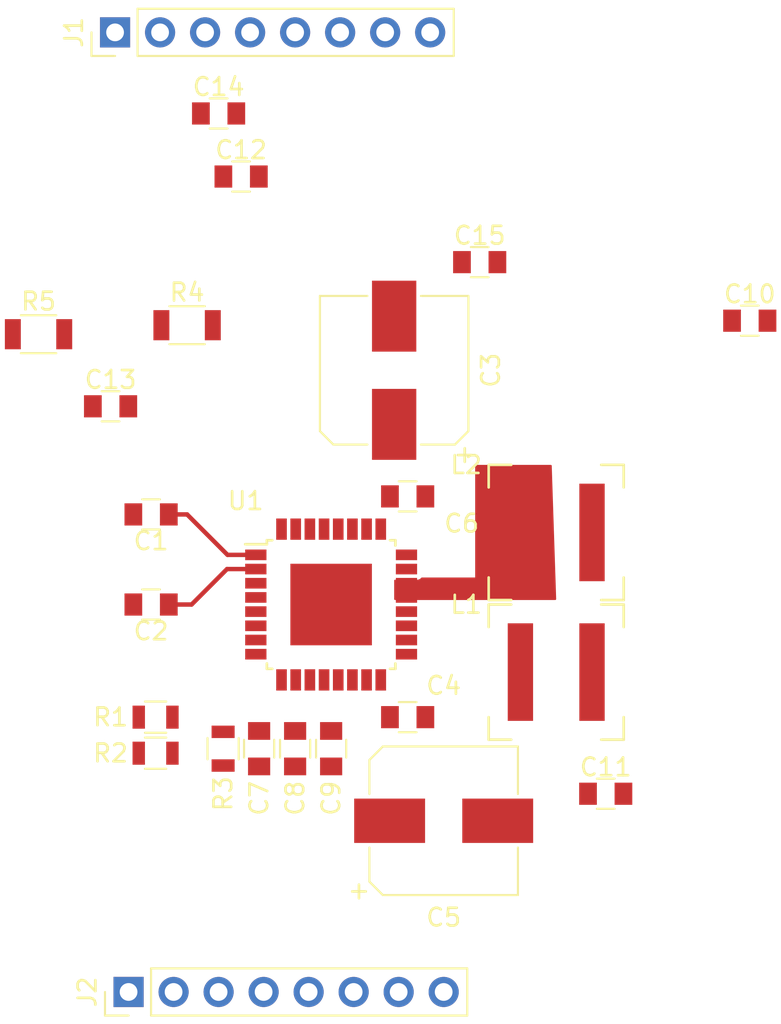
<source format=kicad_pcb>
(kicad_pcb (version 4) (host pcbnew 4.0.5+dfsg1-4~bpo8+1)

  (general
    (links 50)
    (no_connects 46)
    (area 85.311429 63.038666 134.319619 127.207333)
    (thickness 1.6)
    (drawings 0)
    (tracks 6)
    (zones 0)
    (modules 25)
    (nets 44)
  )

  (page A4)
  (layers
    (0 F.Cu signal)
    (31 B.Cu signal)
    (32 B.Adhes user)
    (33 F.Adhes user)
    (34 B.Paste user)
    (35 F.Paste user)
    (36 B.SilkS user)
    (37 F.SilkS user)
    (38 B.Mask user)
    (39 F.Mask user)
    (40 Dwgs.User user)
    (41 Cmts.User user)
    (42 Eco1.User user)
    (43 Eco2.User user)
    (44 Edge.Cuts user)
    (45 Margin user)
    (46 B.CrtYd user)
    (47 F.CrtYd user)
    (48 B.Fab user)
    (49 F.Fab user hide)
  )

  (setup
    (last_trace_width 0.25)
    (trace_clearance 0.2)
    (zone_clearance 0.3)
    (zone_45_only no)
    (trace_min 0.2)
    (segment_width 0.2)
    (edge_width 0.1)
    (via_size 0.6)
    (via_drill 0.4)
    (via_min_size 0.4)
    (via_min_drill 0.3)
    (uvia_size 0.3)
    (uvia_drill 0.1)
    (uvias_allowed no)
    (uvia_min_size 0.2)
    (uvia_min_drill 0.1)
    (pcb_text_width 0.3)
    (pcb_text_size 1.5 1.5)
    (mod_edge_width 0.15)
    (mod_text_size 1 1)
    (mod_text_width 0.15)
    (pad_size 1.5 1.5)
    (pad_drill 0.6)
    (pad_to_mask_clearance 0)
    (aux_axis_origin 90.678 110.744)
    (grid_origin 90.678 110.744)
    (visible_elements FFFEFF7F)
    (pcbplotparams
      (layerselection 0x00030_80000001)
      (usegerberextensions false)
      (excludeedgelayer true)
      (linewidth 0.100000)
      (plotframeref false)
      (viasonmask false)
      (mode 1)
      (useauxorigin false)
      (hpglpennumber 1)
      (hpglpenspeed 20)
      (hpglpendiameter 15)
      (hpglpenoverlay 2)
      (psnegative false)
      (psa4output false)
      (plotreference true)
      (plotvalue true)
      (plotinvisibletext false)
      (padsonsilk false)
      (subtractmaskfromsilk false)
      (outputformat 1)
      (mirror false)
      (drillshape 1)
      (scaleselection 1)
      (outputdirectory ""))
  )

  (net 0 "")
  (net 1 "Net-(J1-Pad1)")
  (net 2 "Net-(J1-Pad2)")
  (net 3 "Net-(J1-Pad3)")
  (net 4 "Net-(J1-Pad4)")
  (net 5 "Net-(J1-Pad5)")
  (net 6 "Net-(J1-Pad6)")
  (net 7 "Net-(J1-Pad7)")
  (net 8 "Net-(J1-Pad8)")
  (net 9 "Net-(J2-Pad1)")
  (net 10 "Net-(J2-Pad2)")
  (net 11 "Net-(J2-Pad3)")
  (net 12 "Net-(J2-Pad4)")
  (net 13 "Net-(J2-Pad5)")
  (net 14 "Net-(J2-Pad6)")
  (net 15 "Net-(J2-Pad7)")
  (net 16 "Net-(J2-Pad8)")
  (net 17 "Net-(U1-Pad7)")
  (net 18 "Net-(U1-Pad8)")
  (net 19 "Net-(U1-Pad29)")
  (net 20 "Net-(U1-Pad30)")
  (net 21 "Net-(U1-Pad31)")
  (net 22 "Net-(U1-Pad32)")
  (net 23 "Net-(U1-Pad33)")
  (net 24 "Net-(C1-Pad1)")
  (net 25 "Net-(C1-Pad2)")
  (net 26 "Net-(C2-Pad1)")
  (net 27 "Net-(C2-Pad2)")
  (net 28 GND)
  (net 29 +24V)
  (net 30 "Net-(C7-Pad2)")
  (net 31 "Net-(C8-Pad2)")
  (net 32 "Net-(C9-Pad2)")
  (net 33 "Net-(C10-Pad1)")
  (net 34 "Net-(C10-Pad2)")
  (net 35 "Net-(C11-Pad1)")
  (net 36 "Net-(C11-Pad2)")
  (net 37 "Net-(C12-Pad2)")
  (net 38 "Net-(C13-Pad1)")
  (net 39 "Net-(C14-Pad2)")
  (net 40 "Net-(C15-Pad1)")
  (net 41 /GAIN0)
  (net 42 /GAIN1)
  (net 43 "Net-(R3-Pad1)")

  (net_class Default "This is the default net class."
    (clearance 0.2)
    (trace_width 0.25)
    (via_dia 0.6)
    (via_drill 0.4)
    (uvia_dia 0.3)
    (uvia_drill 0.1)
    (add_net +24V)
    (add_net /GAIN0)
    (add_net /GAIN1)
    (add_net GND)
    (add_net "Net-(C1-Pad1)")
    (add_net "Net-(C1-Pad2)")
    (add_net "Net-(C10-Pad1)")
    (add_net "Net-(C10-Pad2)")
    (add_net "Net-(C11-Pad1)")
    (add_net "Net-(C11-Pad2)")
    (add_net "Net-(C12-Pad2)")
    (add_net "Net-(C13-Pad1)")
    (add_net "Net-(C14-Pad2)")
    (add_net "Net-(C15-Pad1)")
    (add_net "Net-(C2-Pad1)")
    (add_net "Net-(C2-Pad2)")
    (add_net "Net-(C7-Pad2)")
    (add_net "Net-(C8-Pad2)")
    (add_net "Net-(C9-Pad2)")
    (add_net "Net-(J1-Pad1)")
    (add_net "Net-(J1-Pad2)")
    (add_net "Net-(J1-Pad3)")
    (add_net "Net-(J1-Pad4)")
    (add_net "Net-(J1-Pad5)")
    (add_net "Net-(J1-Pad6)")
    (add_net "Net-(J1-Pad7)")
    (add_net "Net-(J1-Pad8)")
    (add_net "Net-(J2-Pad1)")
    (add_net "Net-(J2-Pad2)")
    (add_net "Net-(J2-Pad3)")
    (add_net "Net-(J2-Pad4)")
    (add_net "Net-(J2-Pad5)")
    (add_net "Net-(J2-Pad6)")
    (add_net "Net-(J2-Pad7)")
    (add_net "Net-(J2-Pad8)")
    (add_net "Net-(R3-Pad1)")
    (add_net "Net-(U1-Pad29)")
    (add_net "Net-(U1-Pad30)")
    (add_net "Net-(U1-Pad31)")
    (add_net "Net-(U1-Pad32)")
    (add_net "Net-(U1-Pad33)")
    (add_net "Net-(U1-Pad7)")
    (add_net "Net-(U1-Pad8)")
  )

  (module Houseings_QFP_Walker:LQFP-32_7x7mm_Pitch0.8mm-EP (layer F.Cu) (tedit 593787A2) (tstamp 59362BE9)
    (at 107.95 100.33)
    (tags "QFP 0.8 EP")
    (path /5927C849)
    (attr smd)
    (fp_text reference U1 (at -4.826 -5.842) (layer F.SilkS)
      (effects (font (size 1 1) (thickness 0.15)))
    )
    (fp_text value TPA3106D1 (at 0 5.85) (layer F.Fab)
      (effects (font (size 1 1) (thickness 0.15)))
    )
    (fp_text user %R (at 0 0) (layer F.Fab)
      (effects (font (size 1 1) (thickness 0.15)))
    )
    (fp_line (start -2.5 -3.5) (end 3.5 -3.5) (layer F.Fab) (width 0.15))
    (fp_line (start 3.5 -3.5) (end 3.5 3.5) (layer F.Fab) (width 0.15))
    (fp_line (start 3.5 3.5) (end -3.5 3.5) (layer F.Fab) (width 0.15))
    (fp_line (start -3.5 3.5) (end -3.5 -2.5) (layer F.Fab) (width 0.15))
    (fp_line (start -3.5 -2.5) (end -2.5 -3.5) (layer F.Fab) (width 0.15))
    (fp_line (start -5.1 -5.1) (end -5.1 5.1) (layer F.CrtYd) (width 0.05))
    (fp_line (start 5.1 -5.1) (end 5.1 5.1) (layer F.CrtYd) (width 0.05))
    (fp_line (start -5.1 -5.1) (end 5.1 -5.1) (layer F.CrtYd) (width 0.05))
    (fp_line (start -5.1 5.1) (end 5.1 5.1) (layer F.CrtYd) (width 0.05))
    (fp_line (start -3.625 -3.625) (end -3.625 -3.4) (layer F.SilkS) (width 0.15))
    (fp_line (start 3.625 -3.625) (end 3.625 -3.325) (layer F.SilkS) (width 0.15))
    (fp_line (start 3.625 3.625) (end 3.625 3.325) (layer F.SilkS) (width 0.15))
    (fp_line (start -3.625 3.625) (end -3.625 3.325) (layer F.SilkS) (width 0.15))
    (fp_line (start -3.625 -3.625) (end -3.325 -3.625) (layer F.SilkS) (width 0.15))
    (fp_line (start -3.625 3.625) (end -3.325 3.625) (layer F.SilkS) (width 0.15))
    (fp_line (start 3.625 3.625) (end 3.325 3.625) (layer F.SilkS) (width 0.15))
    (fp_line (start 3.625 -3.625) (end 3.325 -3.625) (layer F.SilkS) (width 0.15))
    (fp_line (start -3.625 -3.4) (end -4.85 -3.4) (layer F.SilkS) (width 0.15))
    (pad 1 smd rect (at -4.25 -2.8) (size 1.2 0.6) (layers F.Cu F.Paste F.Mask)
      (net 24 "Net-(C1-Pad1)"))
    (pad 2 smd rect (at -4.25 -2) (size 1.2 0.6) (layers F.Cu F.Paste F.Mask)
      (net 26 "Net-(C2-Pad1)"))
    (pad 3 smd rect (at -4.25 -1.2) (size 1.2 0.6) (layers F.Cu F.Paste F.Mask)
      (net 28 GND))
    (pad 4 smd rect (at -4.25 -0.4) (size 1.2 0.6) (layers F.Cu F.Paste F.Mask)
      (net 28 GND))
    (pad 5 smd rect (at -4.25 0.4) (size 1.2 0.6) (layers F.Cu F.Paste F.Mask)
      (net 41 /GAIN0))
    (pad 6 smd rect (at -4.25 1.2) (size 1.2 0.6) (layers F.Cu F.Paste F.Mask)
      (net 42 /GAIN1))
    (pad 7 smd rect (at -4.25 2) (size 1.2 0.6) (layers F.Cu F.Paste F.Mask)
      (net 17 "Net-(U1-Pad7)"))
    (pad 8 smd rect (at -4.25 2.8) (size 1.2 0.6) (layers F.Cu F.Paste F.Mask)
      (net 18 "Net-(U1-Pad8)"))
    (pad 9 smd rect (at -2.8 4.25 90) (size 1.2 0.6) (layers F.Cu F.Paste F.Mask)
      (net 43 "Net-(R3-Pad1)"))
    (pad 10 smd rect (at -2 4.25 90) (size 1.2 0.6) (layers F.Cu F.Paste F.Mask)
      (net 30 "Net-(C7-Pad2)"))
    (pad 11 smd rect (at -1.2 4.25 90) (size 1.2 0.6) (layers F.Cu F.Paste F.Mask)
      (net 31 "Net-(C8-Pad2)"))
    (pad 12 smd rect (at -0.4 4.25 90) (size 1.2 0.6) (layers F.Cu F.Paste F.Mask)
      (net 28 GND))
    (pad 13 smd rect (at 0.4 4.25 90) (size 1.2 0.6) (layers F.Cu F.Paste F.Mask)
      (net 32 "Net-(C9-Pad2)"))
    (pad 14 smd rect (at 1.2 4.25 90) (size 1.2 0.6) (layers F.Cu F.Paste F.Mask)
      (net 29 +24V))
    (pad 15 smd rect (at 2 4.25 90) (size 1.2 0.6) (layers F.Cu F.Paste F.Mask)
      (net 29 +24V))
    (pad 16 smd rect (at 2.8 4.25 90) (size 1.2 0.6) (layers F.Cu F.Paste F.Mask)
      (net 28 GND))
    (pad 17 smd rect (at 4.25 2.8) (size 1.2 0.6) (layers F.Cu F.Paste F.Mask)
      (net 28 GND))
    (pad 18 smd rect (at 4.25 2) (size 1.2 0.6) (layers F.Cu F.Paste F.Mask)
      (net 35 "Net-(C11-Pad1)"))
    (pad 19 smd rect (at 4.25 1.2) (size 1.2 0.6) (layers F.Cu F.Paste F.Mask)
      (net 36 "Net-(C11-Pad2)"))
    (pad 20 smd rect (at 4.25 0.4) (size 1.2 0.6) (layers F.Cu F.Paste F.Mask)
      (net 36 "Net-(C11-Pad2)"))
    (pad 21 smd rect (at 4.25 -0.4) (size 1.2 0.6) (layers F.Cu F.Paste F.Mask)
      (net 33 "Net-(C10-Pad1)"))
    (pad 22 smd rect (at 4.25 -1.2) (size 1.2 0.6) (layers F.Cu F.Paste F.Mask)
      (net 33 "Net-(C10-Pad1)"))
    (pad 23 smd rect (at 4.25 -2) (size 1.2 0.6) (layers F.Cu F.Paste F.Mask)
      (net 34 "Net-(C10-Pad2)"))
    (pad 24 smd rect (at 4.25 -2.8) (size 1.2 0.6) (layers F.Cu F.Paste F.Mask)
      (net 28 GND))
    (pad 25 smd rect (at 2.8 -4.25 90) (size 1.2 0.6) (layers F.Cu F.Paste F.Mask)
      (net 28 GND))
    (pad 26 smd rect (at 2 -4.25 90) (size 1.2 0.6) (layers F.Cu F.Paste F.Mask)
      (net 29 +24V))
    (pad 27 smd rect (at 1.2 -4.25 90) (size 1.2 0.6) (layers F.Cu F.Paste F.Mask)
      (net 29 +24V))
    (pad 28 smd rect (at 0.4 -4.25 90) (size 1.2 0.6) (layers F.Cu F.Paste F.Mask)
      (net 29 +24V))
    (pad 29 smd rect (at -0.4 -4.25 90) (size 1.2 0.6) (layers F.Cu F.Paste F.Mask)
      (net 19 "Net-(U1-Pad29)"))
    (pad 30 smd rect (at -1.2 -4.25 90) (size 1.2 0.6) (layers F.Cu F.Paste F.Mask)
      (net 20 "Net-(U1-Pad30)"))
    (pad 31 smd rect (at -2 -4.25 90) (size 1.2 0.6) (layers F.Cu F.Paste F.Mask)
      (net 21 "Net-(U1-Pad31)"))
    (pad 32 smd rect (at -2.8 -4.25 90) (size 1.2 0.6) (layers F.Cu F.Paste F.Mask)
      (net 22 "Net-(U1-Pad32)"))
    (pad 33 smd rect (at 0 0) (size 4.6 4.6) (layers F.Cu F.Paste F.Mask)
      (net 23 "Net-(U1-Pad33)"))
    (model Housings_QFP.3dshapes/LQFP-32_7x7mm_Pitch0.8mm.wrl
      (at (xyz 0 0 0))
      (scale (xyz 1 1 1))
      (rotate (xyz 0 0 0))
    )
  )

  (module Capacitors_SMD:C_0805 (layer F.Cu) (tedit 58AA8463) (tstamp 5936429D)
    (at 97.79 95.25 180)
    (descr "Capacitor SMD 0805, reflow soldering, AVX (see smccp.pdf)")
    (tags "capacitor 0805")
    (path /59364072)
    (attr smd)
    (fp_text reference C1 (at 0 -1.5 180) (layer F.SilkS)
      (effects (font (size 1 1) (thickness 0.15)))
    )
    (fp_text value 1.0uF (at 0 1.75 180) (layer F.Fab)
      (effects (font (size 1 1) (thickness 0.15)))
    )
    (fp_text user %R (at 0 -1.5 180) (layer F.Fab)
      (effects (font (size 1 1) (thickness 0.15)))
    )
    (fp_line (start -1 0.62) (end -1 -0.62) (layer F.Fab) (width 0.1))
    (fp_line (start 1 0.62) (end -1 0.62) (layer F.Fab) (width 0.1))
    (fp_line (start 1 -0.62) (end 1 0.62) (layer F.Fab) (width 0.1))
    (fp_line (start -1 -0.62) (end 1 -0.62) (layer F.Fab) (width 0.1))
    (fp_line (start 0.5 -0.85) (end -0.5 -0.85) (layer F.SilkS) (width 0.12))
    (fp_line (start -0.5 0.85) (end 0.5 0.85) (layer F.SilkS) (width 0.12))
    (fp_line (start -1.75 -0.88) (end 1.75 -0.88) (layer F.CrtYd) (width 0.05))
    (fp_line (start -1.75 -0.88) (end -1.75 0.87) (layer F.CrtYd) (width 0.05))
    (fp_line (start 1.75 0.87) (end 1.75 -0.88) (layer F.CrtYd) (width 0.05))
    (fp_line (start 1.75 0.87) (end -1.75 0.87) (layer F.CrtYd) (width 0.05))
    (pad 1 smd rect (at -1 0 180) (size 1 1.25) (layers F.Cu F.Paste F.Mask)
      (net 24 "Net-(C1-Pad1)"))
    (pad 2 smd rect (at 1 0 180) (size 1 1.25) (layers F.Cu F.Paste F.Mask)
      (net 25 "Net-(C1-Pad2)"))
    (model Capacitors_SMD.3dshapes/C_0805.wrl
      (at (xyz 0 0 0))
      (scale (xyz 1 1 1))
      (rotate (xyz 0 0 0))
    )
  )

  (module Capacitors_SMD:C_0805 (layer F.Cu) (tedit 58AA8463) (tstamp 593642A3)
    (at 97.79 100.33 180)
    (descr "Capacitor SMD 0805, reflow soldering, AVX (see smccp.pdf)")
    (tags "capacitor 0805")
    (path /593640E9)
    (attr smd)
    (fp_text reference C2 (at 0 -1.5 180) (layer F.SilkS)
      (effects (font (size 1 1) (thickness 0.15)))
    )
    (fp_text value 1.0uF (at 0 1.75 180) (layer F.Fab)
      (effects (font (size 1 1) (thickness 0.15)))
    )
    (fp_text user %R (at 0 -1.5 180) (layer F.Fab)
      (effects (font (size 1 1) (thickness 0.15)))
    )
    (fp_line (start -1 0.62) (end -1 -0.62) (layer F.Fab) (width 0.1))
    (fp_line (start 1 0.62) (end -1 0.62) (layer F.Fab) (width 0.1))
    (fp_line (start 1 -0.62) (end 1 0.62) (layer F.Fab) (width 0.1))
    (fp_line (start -1 -0.62) (end 1 -0.62) (layer F.Fab) (width 0.1))
    (fp_line (start 0.5 -0.85) (end -0.5 -0.85) (layer F.SilkS) (width 0.12))
    (fp_line (start -0.5 0.85) (end 0.5 0.85) (layer F.SilkS) (width 0.12))
    (fp_line (start -1.75 -0.88) (end 1.75 -0.88) (layer F.CrtYd) (width 0.05))
    (fp_line (start -1.75 -0.88) (end -1.75 0.87) (layer F.CrtYd) (width 0.05))
    (fp_line (start 1.75 0.87) (end 1.75 -0.88) (layer F.CrtYd) (width 0.05))
    (fp_line (start 1.75 0.87) (end -1.75 0.87) (layer F.CrtYd) (width 0.05))
    (pad 1 smd rect (at -1 0 180) (size 1 1.25) (layers F.Cu F.Paste F.Mask)
      (net 26 "Net-(C2-Pad1)"))
    (pad 2 smd rect (at 1 0 180) (size 1 1.25) (layers F.Cu F.Paste F.Mask)
      (net 27 "Net-(C2-Pad2)"))
    (model Capacitors_SMD.3dshapes/C_0805.wrl
      (at (xyz 0 0 0))
      (scale (xyz 1 1 1))
      (rotate (xyz 0 0 0))
    )
  )

  (module Capacitors_SMD:C_0805 (layer F.Cu) (tedit 59379715) (tstamp 593D4440)
    (at 112.268 106.68 180)
    (descr "Capacitor SMD 0805, reflow soldering, AVX (see smccp.pdf)")
    (tags "capacitor 0805")
    (path /59379E70)
    (attr smd)
    (fp_text reference C4 (at -2.032 1.778 180) (layer F.SilkS)
      (effects (font (size 1 1) (thickness 0.15)))
    )
    (fp_text value 1.0uF (at 0 1.75 180) (layer F.Fab)
      (effects (font (size 1 1) (thickness 0.15)))
    )
    (fp_text user %R (at -2.794 1.778 180) (layer F.Fab)
      (effects (font (size 1 1) (thickness 0.15)))
    )
    (fp_line (start -1 0.62) (end -1 -0.62) (layer F.Fab) (width 0.1))
    (fp_line (start 1 0.62) (end -1 0.62) (layer F.Fab) (width 0.1))
    (fp_line (start 1 -0.62) (end 1 0.62) (layer F.Fab) (width 0.1))
    (fp_line (start -1 -0.62) (end 1 -0.62) (layer F.Fab) (width 0.1))
    (fp_line (start 0.5 -0.85) (end -0.5 -0.85) (layer F.SilkS) (width 0.12))
    (fp_line (start -0.5 0.85) (end 0.5 0.85) (layer F.SilkS) (width 0.12))
    (fp_line (start -1.75 -0.88) (end 1.75 -0.88) (layer F.CrtYd) (width 0.05))
    (fp_line (start -1.75 -0.88) (end -1.75 0.87) (layer F.CrtYd) (width 0.05))
    (fp_line (start 1.75 0.87) (end 1.75 -0.88) (layer F.CrtYd) (width 0.05))
    (fp_line (start 1.75 0.87) (end -1.75 0.87) (layer F.CrtYd) (width 0.05))
    (pad 1 smd rect (at -1 0 180) (size 1 1.25) (layers F.Cu F.Paste F.Mask)
      (net 28 GND))
    (pad 2 smd rect (at 1 0 180) (size 1 1.25) (layers F.Cu F.Paste F.Mask)
      (net 29 +24V))
    (model Capacitors_SMD.3dshapes/C_0805.wrl
      (at (xyz 0 0 0))
      (scale (xyz 1 1 1))
      (rotate (xyz 0 0 0))
    )
  )

  (module Capacitors_SMD:C_0805 (layer F.Cu) (tedit 59378B29) (tstamp 593D446D)
    (at 112.268 94.234 180)
    (descr "Capacitor SMD 0805, reflow soldering, AVX (see smccp.pdf)")
    (tags "capacitor 0805")
    (path /59378F76)
    (attr smd)
    (fp_text reference C6 (at -3.048 -1.524 180) (layer F.SilkS)
      (effects (font (size 1 1) (thickness 0.15)))
    )
    (fp_text value 1.0uF (at 0 1.75 180) (layer F.Fab)
      (effects (font (size 1 1) (thickness 0.15)))
    )
    (fp_text user %R (at 0 -1.5 180) (layer F.Fab)
      (effects (font (size 1 1) (thickness 0.15)))
    )
    (fp_line (start -1 0.62) (end -1 -0.62) (layer F.Fab) (width 0.1))
    (fp_line (start 1 0.62) (end -1 0.62) (layer F.Fab) (width 0.1))
    (fp_line (start 1 -0.62) (end 1 0.62) (layer F.Fab) (width 0.1))
    (fp_line (start -1 -0.62) (end 1 -0.62) (layer F.Fab) (width 0.1))
    (fp_line (start 0.5 -0.85) (end -0.5 -0.85) (layer F.SilkS) (width 0.12))
    (fp_line (start -0.5 0.85) (end 0.5 0.85) (layer F.SilkS) (width 0.12))
    (fp_line (start -1.75 -0.88) (end 1.75 -0.88) (layer F.CrtYd) (width 0.05))
    (fp_line (start -1.75 -0.88) (end -1.75 0.87) (layer F.CrtYd) (width 0.05))
    (fp_line (start 1.75 0.87) (end 1.75 -0.88) (layer F.CrtYd) (width 0.05))
    (fp_line (start 1.75 0.87) (end -1.75 0.87) (layer F.CrtYd) (width 0.05))
    (pad 1 smd rect (at -1 0 180) (size 1 1.25) (layers F.Cu F.Paste F.Mask)
      (net 28 GND))
    (pad 2 smd rect (at 1 0 180) (size 1 1.25) (layers F.Cu F.Paste F.Mask)
      (net 29 +24V))
    (model Capacitors_SMD.3dshapes/C_0805.wrl
      (at (xyz 0 0 0))
      (scale (xyz 1 1 1))
      (rotate (xyz 0 0 0))
    )
  )

  (module Capacitors_SMD:C_0805 (layer F.Cu) (tedit 59379851) (tstamp 59401A86)
    (at 103.886 108.458 90)
    (descr "Capacitor SMD 0805, reflow soldering, AVX (see smccp.pdf)")
    (tags "capacitor 0805")
    (path /5937F7D9)
    (attr smd)
    (fp_text reference C7 (at -2.794 0 90) (layer F.SilkS)
      (effects (font (size 1 1) (thickness 0.15)))
    )
    (fp_text value 1.0uF (at 0 1.75 90) (layer F.Fab)
      (effects (font (size 1 1) (thickness 0.15)))
    )
    (fp_text user %R (at 0 -1.5 90) (layer F.Fab)
      (effects (font (size 1 1) (thickness 0.15)))
    )
    (fp_line (start -1 0.62) (end -1 -0.62) (layer F.Fab) (width 0.1))
    (fp_line (start 1 0.62) (end -1 0.62) (layer F.Fab) (width 0.1))
    (fp_line (start 1 -0.62) (end 1 0.62) (layer F.Fab) (width 0.1))
    (fp_line (start -1 -0.62) (end 1 -0.62) (layer F.Fab) (width 0.1))
    (fp_line (start 0.5 -0.85) (end -0.5 -0.85) (layer F.SilkS) (width 0.12))
    (fp_line (start -0.5 0.85) (end 0.5 0.85) (layer F.SilkS) (width 0.12))
    (fp_line (start -1.75 -0.88) (end 1.75 -0.88) (layer F.CrtYd) (width 0.05))
    (fp_line (start -1.75 -0.88) (end -1.75 0.87) (layer F.CrtYd) (width 0.05))
    (fp_line (start 1.75 0.87) (end 1.75 -0.88) (layer F.CrtYd) (width 0.05))
    (fp_line (start 1.75 0.87) (end -1.75 0.87) (layer F.CrtYd) (width 0.05))
    (pad 1 smd rect (at -1 0 90) (size 1 1.25) (layers F.Cu F.Paste F.Mask)
      (net 28 GND))
    (pad 2 smd rect (at 1 0 90) (size 1 1.25) (layers F.Cu F.Paste F.Mask)
      (net 30 "Net-(C7-Pad2)"))
    (model Capacitors_SMD.3dshapes/C_0805.wrl
      (at (xyz 0 0 0))
      (scale (xyz 1 1 1))
      (rotate (xyz 0 0 0))
    )
  )

  (module Capacitors_SMD:C_0805 (layer F.Cu) (tedit 59379883) (tstamp 59401A97)
    (at 105.918 108.458 90)
    (descr "Capacitor SMD 0805, reflow soldering, AVX (see smccp.pdf)")
    (tags "capacitor 0805")
    (path /5937F67A)
    (attr smd)
    (fp_text reference C8 (at -2.794 0 90) (layer F.SilkS)
      (effects (font (size 1 1) (thickness 0.15)))
    )
    (fp_text value 1.0uF (at 0 1.75 90) (layer F.Fab)
      (effects (font (size 1 1) (thickness 0.15)))
    )
    (fp_text user %R (at 0 -1.5 90) (layer F.Fab)
      (effects (font (size 1 1) (thickness 0.15)))
    )
    (fp_line (start -1 0.62) (end -1 -0.62) (layer F.Fab) (width 0.1))
    (fp_line (start 1 0.62) (end -1 0.62) (layer F.Fab) (width 0.1))
    (fp_line (start 1 -0.62) (end 1 0.62) (layer F.Fab) (width 0.1))
    (fp_line (start -1 -0.62) (end 1 -0.62) (layer F.Fab) (width 0.1))
    (fp_line (start 0.5 -0.85) (end -0.5 -0.85) (layer F.SilkS) (width 0.12))
    (fp_line (start -0.5 0.85) (end 0.5 0.85) (layer F.SilkS) (width 0.12))
    (fp_line (start -1.75 -0.88) (end 1.75 -0.88) (layer F.CrtYd) (width 0.05))
    (fp_line (start -1.75 -0.88) (end -1.75 0.87) (layer F.CrtYd) (width 0.05))
    (fp_line (start 1.75 0.87) (end 1.75 -0.88) (layer F.CrtYd) (width 0.05))
    (fp_line (start 1.75 0.87) (end -1.75 0.87) (layer F.CrtYd) (width 0.05))
    (pad 1 smd rect (at -1 0 90) (size 1 1.25) (layers F.Cu F.Paste F.Mask)
      (net 28 GND))
    (pad 2 smd rect (at 1 0 90) (size 1 1.25) (layers F.Cu F.Paste F.Mask)
      (net 31 "Net-(C8-Pad2)"))
    (model Capacitors_SMD.3dshapes/C_0805.wrl
      (at (xyz 0 0 0))
      (scale (xyz 1 1 1))
      (rotate (xyz 0 0 0))
    )
  )

  (module Capacitors_SMD:C_0805 (layer F.Cu) (tedit 593797EE) (tstamp 59401AA8)
    (at 107.95 108.458 90)
    (descr "Capacitor SMD 0805, reflow soldering, AVX (see smccp.pdf)")
    (tags "capacitor 0805")
    (path /5937EFCF)
    (attr smd)
    (fp_text reference C9 (at -2.794 0 90) (layer F.SilkS)
      (effects (font (size 1 1) (thickness 0.15)))
    )
    (fp_text value 1.0uF (at 0 1.75 90) (layer F.Fab)
      (effects (font (size 1 1) (thickness 0.15)))
    )
    (fp_text user %R (at 0 -1.5 90) (layer F.Fab)
      (effects (font (size 1 1) (thickness 0.15)))
    )
    (fp_line (start -1 0.62) (end -1 -0.62) (layer F.Fab) (width 0.1))
    (fp_line (start 1 0.62) (end -1 0.62) (layer F.Fab) (width 0.1))
    (fp_line (start 1 -0.62) (end 1 0.62) (layer F.Fab) (width 0.1))
    (fp_line (start -1 -0.62) (end 1 -0.62) (layer F.Fab) (width 0.1))
    (fp_line (start 0.5 -0.85) (end -0.5 -0.85) (layer F.SilkS) (width 0.12))
    (fp_line (start -0.5 0.85) (end 0.5 0.85) (layer F.SilkS) (width 0.12))
    (fp_line (start -1.75 -0.88) (end 1.75 -0.88) (layer F.CrtYd) (width 0.05))
    (fp_line (start -1.75 -0.88) (end -1.75 0.87) (layer F.CrtYd) (width 0.05))
    (fp_line (start 1.75 0.87) (end 1.75 -0.88) (layer F.CrtYd) (width 0.05))
    (fp_line (start 1.75 0.87) (end -1.75 0.87) (layer F.CrtYd) (width 0.05))
    (pad 1 smd rect (at -1 0 90) (size 1 1.25) (layers F.Cu F.Paste F.Mask)
      (net 28 GND))
    (pad 2 smd rect (at 1 0 90) (size 1 1.25) (layers F.Cu F.Paste F.Mask)
      (net 32 "Net-(C9-Pad2)"))
    (model Capacitors_SMD.3dshapes/C_0805.wrl
      (at (xyz 0 0 0))
      (scale (xyz 1 1 1))
      (rotate (xyz 0 0 0))
    )
  )

  (module Capacitors_SMD:C_0805 (layer F.Cu) (tedit 58AA8463) (tstamp 59401AB9)
    (at 131.572 84.328)
    (descr "Capacitor SMD 0805, reflow soldering, AVX (see smccp.pdf)")
    (tags "capacitor 0805")
    (path /5937E00D)
    (attr smd)
    (fp_text reference C10 (at 0 -1.5) (layer F.SilkS)
      (effects (font (size 1 1) (thickness 0.15)))
    )
    (fp_text value 0.22uF (at 0 1.75) (layer F.Fab)
      (effects (font (size 1 1) (thickness 0.15)))
    )
    (fp_text user %R (at 0 -1.5) (layer F.Fab)
      (effects (font (size 1 1) (thickness 0.15)))
    )
    (fp_line (start -1 0.62) (end -1 -0.62) (layer F.Fab) (width 0.1))
    (fp_line (start 1 0.62) (end -1 0.62) (layer F.Fab) (width 0.1))
    (fp_line (start 1 -0.62) (end 1 0.62) (layer F.Fab) (width 0.1))
    (fp_line (start -1 -0.62) (end 1 -0.62) (layer F.Fab) (width 0.1))
    (fp_line (start 0.5 -0.85) (end -0.5 -0.85) (layer F.SilkS) (width 0.12))
    (fp_line (start -0.5 0.85) (end 0.5 0.85) (layer F.SilkS) (width 0.12))
    (fp_line (start -1.75 -0.88) (end 1.75 -0.88) (layer F.CrtYd) (width 0.05))
    (fp_line (start -1.75 -0.88) (end -1.75 0.87) (layer F.CrtYd) (width 0.05))
    (fp_line (start 1.75 0.87) (end 1.75 -0.88) (layer F.CrtYd) (width 0.05))
    (fp_line (start 1.75 0.87) (end -1.75 0.87) (layer F.CrtYd) (width 0.05))
    (pad 1 smd rect (at -1 0) (size 1 1.25) (layers F.Cu F.Paste F.Mask)
      (net 33 "Net-(C10-Pad1)"))
    (pad 2 smd rect (at 1 0) (size 1 1.25) (layers F.Cu F.Paste F.Mask)
      (net 34 "Net-(C10-Pad2)"))
    (model Capacitors_SMD.3dshapes/C_0805.wrl
      (at (xyz 0 0 0))
      (scale (xyz 1 1 1))
      (rotate (xyz 0 0 0))
    )
  )

  (module Capacitors_SMD:C_0805 (layer F.Cu) (tedit 58AA8463) (tstamp 59401ACA)
    (at 123.444 110.998)
    (descr "Capacitor SMD 0805, reflow soldering, AVX (see smccp.pdf)")
    (tags "capacitor 0805")
    (path /5937E0EF)
    (attr smd)
    (fp_text reference C11 (at 0 -1.5) (layer F.SilkS)
      (effects (font (size 1 1) (thickness 0.15)))
    )
    (fp_text value 0.22uF (at 0 1.75) (layer F.Fab)
      (effects (font (size 1 1) (thickness 0.15)))
    )
    (fp_text user %R (at 0 -1.5) (layer F.Fab)
      (effects (font (size 1 1) (thickness 0.15)))
    )
    (fp_line (start -1 0.62) (end -1 -0.62) (layer F.Fab) (width 0.1))
    (fp_line (start 1 0.62) (end -1 0.62) (layer F.Fab) (width 0.1))
    (fp_line (start 1 -0.62) (end 1 0.62) (layer F.Fab) (width 0.1))
    (fp_line (start -1 -0.62) (end 1 -0.62) (layer F.Fab) (width 0.1))
    (fp_line (start 0.5 -0.85) (end -0.5 -0.85) (layer F.SilkS) (width 0.12))
    (fp_line (start -0.5 0.85) (end 0.5 0.85) (layer F.SilkS) (width 0.12))
    (fp_line (start -1.75 -0.88) (end 1.75 -0.88) (layer F.CrtYd) (width 0.05))
    (fp_line (start -1.75 -0.88) (end -1.75 0.87) (layer F.CrtYd) (width 0.05))
    (fp_line (start 1.75 0.87) (end 1.75 -0.88) (layer F.CrtYd) (width 0.05))
    (fp_line (start 1.75 0.87) (end -1.75 0.87) (layer F.CrtYd) (width 0.05))
    (pad 1 smd rect (at -1 0) (size 1 1.25) (layers F.Cu F.Paste F.Mask)
      (net 35 "Net-(C11-Pad1)"))
    (pad 2 smd rect (at 1 0) (size 1 1.25) (layers F.Cu F.Paste F.Mask)
      (net 36 "Net-(C11-Pad2)"))
    (model Capacitors_SMD.3dshapes/C_0805.wrl
      (at (xyz 0 0 0))
      (scale (xyz 1 1 1))
      (rotate (xyz 0 0 0))
    )
  )

  (module Capacitors_SMD:C_0805 (layer F.Cu) (tedit 58AA8463) (tstamp 59401ADB)
    (at 102.87 76.2)
    (descr "Capacitor SMD 0805, reflow soldering, AVX (see smccp.pdf)")
    (tags "capacitor 0805")
    (path /5937C372)
    (attr smd)
    (fp_text reference C12 (at 0 -1.5) (layer F.SilkS)
      (effects (font (size 1 1) (thickness 0.15)))
    )
    (fp_text value "1nF COG" (at 0 1.75) (layer F.Fab)
      (effects (font (size 1 1) (thickness 0.15)))
    )
    (fp_text user %R (at 0 -1.5) (layer F.Fab)
      (effects (font (size 1 1) (thickness 0.15)))
    )
    (fp_line (start -1 0.62) (end -1 -0.62) (layer F.Fab) (width 0.1))
    (fp_line (start 1 0.62) (end -1 0.62) (layer F.Fab) (width 0.1))
    (fp_line (start 1 -0.62) (end 1 0.62) (layer F.Fab) (width 0.1))
    (fp_line (start -1 -0.62) (end 1 -0.62) (layer F.Fab) (width 0.1))
    (fp_line (start 0.5 -0.85) (end -0.5 -0.85) (layer F.SilkS) (width 0.12))
    (fp_line (start -0.5 0.85) (end 0.5 0.85) (layer F.SilkS) (width 0.12))
    (fp_line (start -1.75 -0.88) (end 1.75 -0.88) (layer F.CrtYd) (width 0.05))
    (fp_line (start -1.75 -0.88) (end -1.75 0.87) (layer F.CrtYd) (width 0.05))
    (fp_line (start 1.75 0.87) (end 1.75 -0.88) (layer F.CrtYd) (width 0.05))
    (fp_line (start 1.75 0.87) (end -1.75 0.87) (layer F.CrtYd) (width 0.05))
    (pad 1 smd rect (at -1 0) (size 1 1.25) (layers F.Cu F.Paste F.Mask)
      (net 33 "Net-(C10-Pad1)"))
    (pad 2 smd rect (at 1 0) (size 1 1.25) (layers F.Cu F.Paste F.Mask)
      (net 37 "Net-(C12-Pad2)"))
    (model Capacitors_SMD.3dshapes/C_0805.wrl
      (at (xyz 0 0 0))
      (scale (xyz 1 1 1))
      (rotate (xyz 0 0 0))
    )
  )

  (module Capacitors_SMD:C_0805 (layer F.Cu) (tedit 58AA8463) (tstamp 59401AEC)
    (at 95.504 89.154)
    (descr "Capacitor SMD 0805, reflow soldering, AVX (see smccp.pdf)")
    (tags "capacitor 0805")
    (path /5937CD48)
    (attr smd)
    (fp_text reference C13 (at 0 -1.5) (layer F.SilkS)
      (effects (font (size 1 1) (thickness 0.15)))
    )
    (fp_text value "1nF COG" (at 0 1.75) (layer F.Fab)
      (effects (font (size 1 1) (thickness 0.15)))
    )
    (fp_text user %R (at 0 -1.5) (layer F.Fab)
      (effects (font (size 1 1) (thickness 0.15)))
    )
    (fp_line (start -1 0.62) (end -1 -0.62) (layer F.Fab) (width 0.1))
    (fp_line (start 1 0.62) (end -1 0.62) (layer F.Fab) (width 0.1))
    (fp_line (start 1 -0.62) (end 1 0.62) (layer F.Fab) (width 0.1))
    (fp_line (start -1 -0.62) (end 1 -0.62) (layer F.Fab) (width 0.1))
    (fp_line (start 0.5 -0.85) (end -0.5 -0.85) (layer F.SilkS) (width 0.12))
    (fp_line (start -0.5 0.85) (end 0.5 0.85) (layer F.SilkS) (width 0.12))
    (fp_line (start -1.75 -0.88) (end 1.75 -0.88) (layer F.CrtYd) (width 0.05))
    (fp_line (start -1.75 -0.88) (end -1.75 0.87) (layer F.CrtYd) (width 0.05))
    (fp_line (start 1.75 0.87) (end 1.75 -0.88) (layer F.CrtYd) (width 0.05))
    (fp_line (start 1.75 0.87) (end -1.75 0.87) (layer F.CrtYd) (width 0.05))
    (pad 1 smd rect (at -1 0) (size 1 1.25) (layers F.Cu F.Paste F.Mask)
      (net 38 "Net-(C13-Pad1)"))
    (pad 2 smd rect (at 1 0) (size 1 1.25) (layers F.Cu F.Paste F.Mask)
      (net 36 "Net-(C11-Pad2)"))
    (model Capacitors_SMD.3dshapes/C_0805.wrl
      (at (xyz 0 0 0))
      (scale (xyz 1 1 1))
      (rotate (xyz 0 0 0))
    )
  )

  (module Capacitors_SMD:C_0805 (layer F.Cu) (tedit 58AA8463) (tstamp 59401AFD)
    (at 101.6 72.644)
    (descr "Capacitor SMD 0805, reflow soldering, AVX (see smccp.pdf)")
    (tags "capacitor 0805")
    (path /5937B774)
    (attr smd)
    (fp_text reference C14 (at 0 -1.5) (layer F.SilkS)
      (effects (font (size 1 1) (thickness 0.15)))
    )
    (fp_text value 1.0uF (at 0 1.75) (layer F.Fab)
      (effects (font (size 1 1) (thickness 0.15)))
    )
    (fp_text user %R (at 0 -1.5) (layer F.Fab)
      (effects (font (size 1 1) (thickness 0.15)))
    )
    (fp_line (start -1 0.62) (end -1 -0.62) (layer F.Fab) (width 0.1))
    (fp_line (start 1 0.62) (end -1 0.62) (layer F.Fab) (width 0.1))
    (fp_line (start 1 -0.62) (end 1 0.62) (layer F.Fab) (width 0.1))
    (fp_line (start -1 -0.62) (end 1 -0.62) (layer F.Fab) (width 0.1))
    (fp_line (start 0.5 -0.85) (end -0.5 -0.85) (layer F.SilkS) (width 0.12))
    (fp_line (start -0.5 0.85) (end 0.5 0.85) (layer F.SilkS) (width 0.12))
    (fp_line (start -1.75 -0.88) (end 1.75 -0.88) (layer F.CrtYd) (width 0.05))
    (fp_line (start -1.75 -0.88) (end -1.75 0.87) (layer F.CrtYd) (width 0.05))
    (fp_line (start 1.75 0.87) (end 1.75 -0.88) (layer F.CrtYd) (width 0.05))
    (fp_line (start 1.75 0.87) (end -1.75 0.87) (layer F.CrtYd) (width 0.05))
    (pad 1 smd rect (at -1 0) (size 1 1.25) (layers F.Cu F.Paste F.Mask)
      (net 28 GND))
    (pad 2 smd rect (at 1 0) (size 1 1.25) (layers F.Cu F.Paste F.Mask)
      (net 39 "Net-(C14-Pad2)"))
    (model Capacitors_SMD.3dshapes/C_0805.wrl
      (at (xyz 0 0 0))
      (scale (xyz 1 1 1))
      (rotate (xyz 0 0 0))
    )
  )

  (module Capacitors_SMD:C_0805 (layer F.Cu) (tedit 58AA8463) (tstamp 59401B0E)
    (at 116.332 81.026)
    (descr "Capacitor SMD 0805, reflow soldering, AVX (see smccp.pdf)")
    (tags "capacitor 0805")
    (path /5937B9FC)
    (attr smd)
    (fp_text reference C15 (at 0 -1.5) (layer F.SilkS)
      (effects (font (size 1 1) (thickness 0.15)))
    )
    (fp_text value 1.0uF (at 0 1.75) (layer F.Fab)
      (effects (font (size 1 1) (thickness 0.15)))
    )
    (fp_text user %R (at 0 -1.5) (layer F.Fab)
      (effects (font (size 1 1) (thickness 0.15)))
    )
    (fp_line (start -1 0.62) (end -1 -0.62) (layer F.Fab) (width 0.1))
    (fp_line (start 1 0.62) (end -1 0.62) (layer F.Fab) (width 0.1))
    (fp_line (start 1 -0.62) (end 1 0.62) (layer F.Fab) (width 0.1))
    (fp_line (start -1 -0.62) (end 1 -0.62) (layer F.Fab) (width 0.1))
    (fp_line (start 0.5 -0.85) (end -0.5 -0.85) (layer F.SilkS) (width 0.12))
    (fp_line (start -0.5 0.85) (end 0.5 0.85) (layer F.SilkS) (width 0.12))
    (fp_line (start -1.75 -0.88) (end 1.75 -0.88) (layer F.CrtYd) (width 0.05))
    (fp_line (start -1.75 -0.88) (end -1.75 0.87) (layer F.CrtYd) (width 0.05))
    (fp_line (start 1.75 0.87) (end 1.75 -0.88) (layer F.CrtYd) (width 0.05))
    (fp_line (start 1.75 0.87) (end -1.75 0.87) (layer F.CrtYd) (width 0.05))
    (pad 1 smd rect (at -1 0) (size 1 1.25) (layers F.Cu F.Paste F.Mask)
      (net 40 "Net-(C15-Pad1)"))
    (pad 2 smd rect (at 1 0) (size 1 1.25) (layers F.Cu F.Paste F.Mask)
      (net 28 GND))
    (model Capacitors_SMD.3dshapes/C_0805.wrl
      (at (xyz 0 0 0))
      (scale (xyz 1 1 1))
      (rotate (xyz 0 0 0))
    )
  )

  (module Resistors_SMD:R_0805 (layer F.Cu) (tedit 59379781) (tstamp 5942EDF1)
    (at 98.044 106.68)
    (descr "Resistor SMD 0805, reflow soldering, Vishay (see dcrcw.pdf)")
    (tags "resistor 0805")
    (path /5938069F)
    (attr smd)
    (fp_text reference R1 (at -2.54 0) (layer F.SilkS)
      (effects (font (size 1 1) (thickness 0.15)))
    )
    (fp_text value 100K (at 0 1.75) (layer F.Fab)
      (effects (font (size 1 1) (thickness 0.15)))
    )
    (fp_text user %R (at 0 0) (layer F.Fab)
      (effects (font (size 0.5 0.5) (thickness 0.075)))
    )
    (fp_line (start -1 0.62) (end -1 -0.62) (layer F.Fab) (width 0.1))
    (fp_line (start 1 0.62) (end -1 0.62) (layer F.Fab) (width 0.1))
    (fp_line (start 1 -0.62) (end 1 0.62) (layer F.Fab) (width 0.1))
    (fp_line (start -1 -0.62) (end 1 -0.62) (layer F.Fab) (width 0.1))
    (fp_line (start 0.6 0.88) (end -0.6 0.88) (layer F.SilkS) (width 0.12))
    (fp_line (start -0.6 -0.88) (end 0.6 -0.88) (layer F.SilkS) (width 0.12))
    (fp_line (start -1.55 -0.9) (end 1.55 -0.9) (layer F.CrtYd) (width 0.05))
    (fp_line (start -1.55 -0.9) (end -1.55 0.9) (layer F.CrtYd) (width 0.05))
    (fp_line (start 1.55 0.9) (end 1.55 -0.9) (layer F.CrtYd) (width 0.05))
    (fp_line (start 1.55 0.9) (end -1.55 0.9) (layer F.CrtYd) (width 0.05))
    (pad 1 smd rect (at -0.95 0) (size 0.7 1.3) (layers F.Cu F.Paste F.Mask)
      (net 41 /GAIN0))
    (pad 2 smd rect (at 0.95 0) (size 0.7 1.3) (layers F.Cu F.Paste F.Mask)
      (net 30 "Net-(C7-Pad2)"))
    (model ${KISYS3DMOD}/Resistors_SMD.3dshapes/R_0805.wrl
      (at (xyz 0 0 0))
      (scale (xyz 1 1 1))
      (rotate (xyz 0 0 0))
    )
  )

  (module Resistors_SMD:R_0805 (layer F.Cu) (tedit 5937977E) (tstamp 5942EE02)
    (at 98.044 108.712)
    (descr "Resistor SMD 0805, reflow soldering, Vishay (see dcrcw.pdf)")
    (tags "resistor 0805")
    (path /5938076B)
    (attr smd)
    (fp_text reference R2 (at -2.54 0) (layer F.SilkS)
      (effects (font (size 1 1) (thickness 0.15)))
    )
    (fp_text value 100K (at 0 1.75) (layer F.Fab)
      (effects (font (size 1 1) (thickness 0.15)))
    )
    (fp_text user %R (at 0 0) (layer F.Fab)
      (effects (font (size 0.5 0.5) (thickness 0.075)))
    )
    (fp_line (start -1 0.62) (end -1 -0.62) (layer F.Fab) (width 0.1))
    (fp_line (start 1 0.62) (end -1 0.62) (layer F.Fab) (width 0.1))
    (fp_line (start 1 -0.62) (end 1 0.62) (layer F.Fab) (width 0.1))
    (fp_line (start -1 -0.62) (end 1 -0.62) (layer F.Fab) (width 0.1))
    (fp_line (start 0.6 0.88) (end -0.6 0.88) (layer F.SilkS) (width 0.12))
    (fp_line (start -0.6 -0.88) (end 0.6 -0.88) (layer F.SilkS) (width 0.12))
    (fp_line (start -1.55 -0.9) (end 1.55 -0.9) (layer F.CrtYd) (width 0.05))
    (fp_line (start -1.55 -0.9) (end -1.55 0.9) (layer F.CrtYd) (width 0.05))
    (fp_line (start 1.55 0.9) (end 1.55 -0.9) (layer F.CrtYd) (width 0.05))
    (fp_line (start 1.55 0.9) (end -1.55 0.9) (layer F.CrtYd) (width 0.05))
    (pad 1 smd rect (at -0.95 0) (size 0.7 1.3) (layers F.Cu F.Paste F.Mask)
      (net 42 /GAIN1))
    (pad 2 smd rect (at 0.95 0) (size 0.7 1.3) (layers F.Cu F.Paste F.Mask)
      (net 30 "Net-(C7-Pad2)"))
    (model ${KISYS3DMOD}/Resistors_SMD.3dshapes/R_0805.wrl
      (at (xyz 0 0 0))
      (scale (xyz 1 1 1))
      (rotate (xyz 0 0 0))
    )
  )

  (module Resistors_SMD:R_0805 (layer F.Cu) (tedit 593797FB) (tstamp 5942EE13)
    (at 101.854 108.458 270)
    (descr "Resistor SMD 0805, reflow soldering, Vishay (see dcrcw.pdf)")
    (tags "resistor 0805")
    (path /5937FAEF)
    (attr smd)
    (fp_text reference R3 (at 2.54 0 270) (layer F.SilkS)
      (effects (font (size 1 1) (thickness 0.15)))
    )
    (fp_text value "100K 1%" (at 0 1.75 270) (layer F.Fab)
      (effects (font (size 1 1) (thickness 0.15)))
    )
    (fp_text user %R (at 0 0 270) (layer F.Fab)
      (effects (font (size 0.5 0.5) (thickness 0.075)))
    )
    (fp_line (start -1 0.62) (end -1 -0.62) (layer F.Fab) (width 0.1))
    (fp_line (start 1 0.62) (end -1 0.62) (layer F.Fab) (width 0.1))
    (fp_line (start 1 -0.62) (end 1 0.62) (layer F.Fab) (width 0.1))
    (fp_line (start -1 -0.62) (end 1 -0.62) (layer F.Fab) (width 0.1))
    (fp_line (start 0.6 0.88) (end -0.6 0.88) (layer F.SilkS) (width 0.12))
    (fp_line (start -0.6 -0.88) (end 0.6 -0.88) (layer F.SilkS) (width 0.12))
    (fp_line (start -1.55 -0.9) (end 1.55 -0.9) (layer F.CrtYd) (width 0.05))
    (fp_line (start -1.55 -0.9) (end -1.55 0.9) (layer F.CrtYd) (width 0.05))
    (fp_line (start 1.55 0.9) (end 1.55 -0.9) (layer F.CrtYd) (width 0.05))
    (fp_line (start 1.55 0.9) (end -1.55 0.9) (layer F.CrtYd) (width 0.05))
    (pad 1 smd rect (at -0.95 0 270) (size 0.7 1.3) (layers F.Cu F.Paste F.Mask)
      (net 43 "Net-(R3-Pad1)"))
    (pad 2 smd rect (at 0.95 0 270) (size 0.7 1.3) (layers F.Cu F.Paste F.Mask)
      (net 28 GND))
    (model ${KISYS3DMOD}/Resistors_SMD.3dshapes/R_0805.wrl
      (at (xyz 0 0 0))
      (scale (xyz 1 1 1))
      (rotate (xyz 0 0 0))
    )
  )

  (module Resistors_SMD:R_1206 (layer F.Cu) (tedit 58E0A804) (tstamp 593A22FD)
    (at 99.822 84.582)
    (descr "Resistor SMD 1206, reflow soldering, Vishay (see dcrcw.pdf)")
    (tags "resistor 1206")
    (path /5937C4E4)
    (attr smd)
    (fp_text reference R4 (at 0 -1.85) (layer F.SilkS)
      (effects (font (size 1 1) (thickness 0.15)))
    )
    (fp_text value "20R 1/4 W, 5%" (at 0 1.95) (layer F.Fab)
      (effects (font (size 1 1) (thickness 0.15)))
    )
    (fp_text user %R (at 0 0) (layer F.Fab)
      (effects (font (size 0.7 0.7) (thickness 0.105)))
    )
    (fp_line (start -1.6 0.8) (end -1.6 -0.8) (layer F.Fab) (width 0.1))
    (fp_line (start 1.6 0.8) (end -1.6 0.8) (layer F.Fab) (width 0.1))
    (fp_line (start 1.6 -0.8) (end 1.6 0.8) (layer F.Fab) (width 0.1))
    (fp_line (start -1.6 -0.8) (end 1.6 -0.8) (layer F.Fab) (width 0.1))
    (fp_line (start 1 1.07) (end -1 1.07) (layer F.SilkS) (width 0.12))
    (fp_line (start -1 -1.07) (end 1 -1.07) (layer F.SilkS) (width 0.12))
    (fp_line (start -2.15 -1.11) (end 2.15 -1.11) (layer F.CrtYd) (width 0.05))
    (fp_line (start -2.15 -1.11) (end -2.15 1.1) (layer F.CrtYd) (width 0.05))
    (fp_line (start 2.15 1.1) (end 2.15 -1.11) (layer F.CrtYd) (width 0.05))
    (fp_line (start 2.15 1.1) (end -2.15 1.1) (layer F.CrtYd) (width 0.05))
    (pad 1 smd rect (at -1.45 0) (size 0.9 1.7) (layers F.Cu F.Paste F.Mask)
      (net 28 GND))
    (pad 2 smd rect (at 1.45 0) (size 0.9 1.7) (layers F.Cu F.Paste F.Mask)
      (net 37 "Net-(C12-Pad2)"))
    (model ${KISYS3DMOD}/Resistors_SMD.3dshapes/R_1206.wrl
      (at (xyz 0 0 0))
      (scale (xyz 1 1 1))
      (rotate (xyz 0 0 0))
    )
  )

  (module Resistors_SMD:R_1206 (layer F.Cu) (tedit 58E0A804) (tstamp 593A2302)
    (at 91.44 85.09)
    (descr "Resistor SMD 1206, reflow soldering, Vishay (see dcrcw.pdf)")
    (tags "resistor 1206")
    (path /59383A68)
    (attr smd)
    (fp_text reference R5 (at 0 -1.85) (layer F.SilkS)
      (effects (font (size 1 1) (thickness 0.15)))
    )
    (fp_text value "20R 1/4 W, 5%" (at 0 1.95) (layer F.Fab)
      (effects (font (size 1 1) (thickness 0.15)))
    )
    (fp_text user %R (at 0 0) (layer F.Fab)
      (effects (font (size 0.7 0.7) (thickness 0.105)))
    )
    (fp_line (start -1.6 0.8) (end -1.6 -0.8) (layer F.Fab) (width 0.1))
    (fp_line (start 1.6 0.8) (end -1.6 0.8) (layer F.Fab) (width 0.1))
    (fp_line (start 1.6 -0.8) (end 1.6 0.8) (layer F.Fab) (width 0.1))
    (fp_line (start -1.6 -0.8) (end 1.6 -0.8) (layer F.Fab) (width 0.1))
    (fp_line (start 1 1.07) (end -1 1.07) (layer F.SilkS) (width 0.12))
    (fp_line (start -1 -1.07) (end 1 -1.07) (layer F.SilkS) (width 0.12))
    (fp_line (start -2.15 -1.11) (end 2.15 -1.11) (layer F.CrtYd) (width 0.05))
    (fp_line (start -2.15 -1.11) (end -2.15 1.1) (layer F.CrtYd) (width 0.05))
    (fp_line (start 2.15 1.1) (end 2.15 -1.11) (layer F.CrtYd) (width 0.05))
    (fp_line (start 2.15 1.1) (end -2.15 1.1) (layer F.CrtYd) (width 0.05))
    (pad 1 smd rect (at -1.45 0) (size 0.9 1.7) (layers F.Cu F.Paste F.Mask)
      (net 38 "Net-(C13-Pad1)"))
    (pad 2 smd rect (at 1.45 0) (size 0.9 1.7) (layers F.Cu F.Paste F.Mask)
      (net 28 GND))
    (model ${KISYS3DMOD}/Resistors_SMD.3dshapes/R_1206.wrl
      (at (xyz 0 0 0))
      (scale (xyz 1 1 1))
      (rotate (xyz 0 0 0))
    )
  )

  (module Inductors:XAL6060-333ME (layer F.Cu) (tedit 5936295C) (tstamp 593A243D)
    (at 120.65 104.14)
    (path /59362A9C)
    (fp_text reference L1 (at -5.08 -3.81) (layer F.SilkS)
      (effects (font (size 1 1) (thickness 0.15)))
    )
    (fp_text value 33uH (at 0 -5.08) (layer F.Fab)
      (effects (font (size 1 1) (thickness 0.15)))
    )
    (fp_line (start -2.54 3.81) (end -3.81 3.81) (layer F.SilkS) (width 0.15))
    (fp_line (start -3.81 3.81) (end -3.81 2.54) (layer F.SilkS) (width 0.15))
    (fp_line (start 3.81 2.54) (end 3.81 3.81) (layer F.SilkS) (width 0.15))
    (fp_line (start 3.81 3.81) (end 2.54 3.81) (layer F.SilkS) (width 0.15))
    (fp_line (start 2.54 -3.81) (end 3.81 -3.81) (layer F.SilkS) (width 0.15))
    (fp_line (start 3.81 -3.81) (end 3.81 -2.54) (layer F.SilkS) (width 0.15))
    (fp_line (start -3.81 -2.54) (end -3.81 -3.81) (layer F.SilkS) (width 0.15))
    (fp_line (start -3.81 -3.81) (end -2.54 -3.81) (layer F.SilkS) (width 0.15))
    (pad 1 smd rect (at -2.02 0) (size 1.43 5.5) (layers F.Cu F.Paste F.Mask)
      (net 36 "Net-(C11-Pad2)"))
    (pad 2 smd rect (at 2.02 0) (size 1.43 5.5) (layers F.Cu F.Paste F.Mask)
      (net 40 "Net-(C15-Pad1)"))
    (model ${KIPRJMOD}/../Libraries/3d_models/Coilcraft-XAL6060.wrl
      (at (xyz 0 0 0))
      (scale (xyz 400 400 400))
      (rotate (xyz 270 0 0))
    )
  )

  (module Inductors:XAL6060-333ME (layer F.Cu) (tedit 5936295C) (tstamp 593A262C)
    (at 120.65 96.266)
    (path /59362C26)
    (fp_text reference L2 (at -5.08 -3.81) (layer F.SilkS)
      (effects (font (size 1 1) (thickness 0.15)))
    )
    (fp_text value 33uH (at 0 -5.08) (layer F.Fab)
      (effects (font (size 1 1) (thickness 0.15)))
    )
    (fp_line (start -2.54 3.81) (end -3.81 3.81) (layer F.SilkS) (width 0.15))
    (fp_line (start -3.81 3.81) (end -3.81 2.54) (layer F.SilkS) (width 0.15))
    (fp_line (start 3.81 2.54) (end 3.81 3.81) (layer F.SilkS) (width 0.15))
    (fp_line (start 3.81 3.81) (end 2.54 3.81) (layer F.SilkS) (width 0.15))
    (fp_line (start 2.54 -3.81) (end 3.81 -3.81) (layer F.SilkS) (width 0.15))
    (fp_line (start 3.81 -3.81) (end 3.81 -2.54) (layer F.SilkS) (width 0.15))
    (fp_line (start -3.81 -2.54) (end -3.81 -3.81) (layer F.SilkS) (width 0.15))
    (fp_line (start -3.81 -3.81) (end -2.54 -3.81) (layer F.SilkS) (width 0.15))
    (pad 1 smd rect (at -2.02 0) (size 1.43 5.5) (layers F.Cu F.Paste F.Mask)
      (net 33 "Net-(C10-Pad1)"))
    (pad 2 smd rect (at 2.02 0) (size 1.43 5.5) (layers F.Cu F.Paste F.Mask)
      (net 39 "Net-(C14-Pad2)"))
    (model ${KIPRJMOD}/../Libraries/3d_models/Coilcraft-XAL6060.wrl
      (at (xyz 0 0 0))
      (scale (xyz 400 400 400))
      (rotate (xyz 270 0 0))
    )
  )

  (module Capacitors_SMD:CP_Elec_8x10.5 (layer F.Cu) (tedit 58AA8BC3) (tstamp 593A2873)
    (at 111.506 87.122 90)
    (descr "SMT capacitor, aluminium electrolytic, 8x10.5")
    (path /5937869F)
    (attr smd)
    (fp_text reference C3 (at 0 5.45 90) (layer F.SilkS)
      (effects (font (size 1 1) (thickness 0.15)))
    )
    (fp_text value 220uF (at 0 -5.45 90) (layer F.Fab)
      (effects (font (size 1 1) (thickness 0.15)))
    )
    (fp_circle (center 0 0) (end 1.3 3.7) (layer F.Fab) (width 0.1))
    (fp_text user + (at -2.27 -0.08 90) (layer F.Fab)
      (effects (font (size 1 1) (thickness 0.15)))
    )
    (fp_text user + (at -4.78 3.91 90) (layer F.SilkS)
      (effects (font (size 1 1) (thickness 0.15)))
    )
    (fp_text user %R (at 0 5.45 90) (layer F.Fab)
      (effects (font (size 1 1) (thickness 0.15)))
    )
    (fp_line (start 4.04 4.04) (end 4.04 -4.04) (layer F.Fab) (width 0.1))
    (fp_line (start -3.37 4.04) (end 4.04 4.04) (layer F.Fab) (width 0.1))
    (fp_line (start -4.04 3.37) (end -3.37 4.04) (layer F.Fab) (width 0.1))
    (fp_line (start -4.04 -3.37) (end -4.04 3.37) (layer F.Fab) (width 0.1))
    (fp_line (start -3.37 -4.04) (end -4.04 -3.37) (layer F.Fab) (width 0.1))
    (fp_line (start 4.04 -4.04) (end -3.37 -4.04) (layer F.Fab) (width 0.1))
    (fp_line (start -4.19 3.43) (end -4.19 1.51) (layer F.SilkS) (width 0.12))
    (fp_line (start -4.19 -3.43) (end -4.19 -1.51) (layer F.SilkS) (width 0.12))
    (fp_line (start 4.19 4.19) (end 4.19 1.51) (layer F.SilkS) (width 0.12))
    (fp_line (start 4.19 -4.19) (end 4.19 -1.51) (layer F.SilkS) (width 0.12))
    (fp_line (start 4.19 4.19) (end -3.43 4.19) (layer F.SilkS) (width 0.12))
    (fp_line (start -3.43 4.19) (end -4.19 3.43) (layer F.SilkS) (width 0.12))
    (fp_line (start -4.19 -3.43) (end -3.43 -4.19) (layer F.SilkS) (width 0.12))
    (fp_line (start -3.43 -4.19) (end 4.19 -4.19) (layer F.SilkS) (width 0.12))
    (fp_line (start -5.3 -4.29) (end 5.3 -4.29) (layer F.CrtYd) (width 0.05))
    (fp_line (start -5.3 -4.29) (end -5.3 4.29) (layer F.CrtYd) (width 0.05))
    (fp_line (start 5.3 4.29) (end 5.3 -4.29) (layer F.CrtYd) (width 0.05))
    (fp_line (start 5.3 4.29) (end -5.3 4.29) (layer F.CrtYd) (width 0.05))
    (pad 1 smd rect (at -3.05 0 270) (size 4 2.5) (layers F.Cu F.Paste F.Mask)
      (net 29 +24V))
    (pad 2 smd rect (at 3.05 0 270) (size 4 2.5) (layers F.Cu F.Paste F.Mask)
      (net 28 GND))
    (model ${KIPRJMOD}/../Libraries/3d_models/AL_EL_cap_8mmx10mm.wrl
      (at (xyz 0 0 0))
      (scale (xyz 410 410 410))
      (rotate (xyz 270 0 90))
    )
  )

  (module Capacitors_SMD:CP_Elec_8x10.5 (layer F.Cu) (tedit 58AA8BC3) (tstamp 593A2879)
    (at 114.3 112.522)
    (descr "SMT capacitor, aluminium electrolytic, 8x10.5")
    (path /593784C1)
    (attr smd)
    (fp_text reference C5 (at 0 5.45) (layer F.SilkS)
      (effects (font (size 1 1) (thickness 0.15)))
    )
    (fp_text value 220uF (at 0 -5.45) (layer F.Fab)
      (effects (font (size 1 1) (thickness 0.15)))
    )
    (fp_circle (center 0 0) (end 1.3 3.7) (layer F.Fab) (width 0.1))
    (fp_text user + (at -2.27 -0.08) (layer F.Fab)
      (effects (font (size 1 1) (thickness 0.15)))
    )
    (fp_text user + (at -4.78 3.91) (layer F.SilkS)
      (effects (font (size 1 1) (thickness 0.15)))
    )
    (fp_text user %R (at 0 5.45) (layer F.Fab)
      (effects (font (size 1 1) (thickness 0.15)))
    )
    (fp_line (start 4.04 4.04) (end 4.04 -4.04) (layer F.Fab) (width 0.1))
    (fp_line (start -3.37 4.04) (end 4.04 4.04) (layer F.Fab) (width 0.1))
    (fp_line (start -4.04 3.37) (end -3.37 4.04) (layer F.Fab) (width 0.1))
    (fp_line (start -4.04 -3.37) (end -4.04 3.37) (layer F.Fab) (width 0.1))
    (fp_line (start -3.37 -4.04) (end -4.04 -3.37) (layer F.Fab) (width 0.1))
    (fp_line (start 4.04 -4.04) (end -3.37 -4.04) (layer F.Fab) (width 0.1))
    (fp_line (start -4.19 3.43) (end -4.19 1.51) (layer F.SilkS) (width 0.12))
    (fp_line (start -4.19 -3.43) (end -4.19 -1.51) (layer F.SilkS) (width 0.12))
    (fp_line (start 4.19 4.19) (end 4.19 1.51) (layer F.SilkS) (width 0.12))
    (fp_line (start 4.19 -4.19) (end 4.19 -1.51) (layer F.SilkS) (width 0.12))
    (fp_line (start 4.19 4.19) (end -3.43 4.19) (layer F.SilkS) (width 0.12))
    (fp_line (start -3.43 4.19) (end -4.19 3.43) (layer F.SilkS) (width 0.12))
    (fp_line (start -4.19 -3.43) (end -3.43 -4.19) (layer F.SilkS) (width 0.12))
    (fp_line (start -3.43 -4.19) (end 4.19 -4.19) (layer F.SilkS) (width 0.12))
    (fp_line (start -5.3 -4.29) (end 5.3 -4.29) (layer F.CrtYd) (width 0.05))
    (fp_line (start -5.3 -4.29) (end -5.3 4.29) (layer F.CrtYd) (width 0.05))
    (fp_line (start 5.3 4.29) (end 5.3 -4.29) (layer F.CrtYd) (width 0.05))
    (fp_line (start 5.3 4.29) (end -5.3 4.29) (layer F.CrtYd) (width 0.05))
    (pad 1 smd rect (at -3.05 0 180) (size 4 2.5) (layers F.Cu F.Paste F.Mask)
      (net 29 +24V))
    (pad 2 smd rect (at 3.05 0 180) (size 4 2.5) (layers F.Cu F.Paste F.Mask)
      (net 28 GND))
    (model ${KIPRJMOD}/../Libraries/3d_models/AL_EL_cap_8mmx10mm.wrl
      (at (xyz 0 0 0))
      (scale (xyz 410 410 410))
      (rotate (xyz 270 0 90))
    )
  )

  (module Pin_Headers:Pin_Header_Straight_1x08_Tall_Pitch2.54mm (layer F.Cu) (tedit 58CD4EC1) (tstamp 593A2885)
    (at 95.758 68.072 90)
    (descr "Through hole straight pin header, 1x08, 2.54mm pitch, single row")
    (tags "Through hole pin header THT 1x08 2.54mm single row")
    (path /5930E170)
    (fp_text reference J1 (at 0 -2.33 90) (layer F.SilkS)
      (effects (font (size 1 1) (thickness 0.15)))
    )
    (fp_text value CONN_01X08 (at 0 20.11 90) (layer F.Fab)
      (effects (font (size 1 1) (thickness 0.15)))
    )
    (fp_line (start -1.27 -1.27) (end -1.27 19.05) (layer F.Fab) (width 0.1))
    (fp_line (start -1.27 19.05) (end 1.27 19.05) (layer F.Fab) (width 0.1))
    (fp_line (start 1.27 19.05) (end 1.27 -1.27) (layer F.Fab) (width 0.1))
    (fp_line (start 1.27 -1.27) (end -1.27 -1.27) (layer F.Fab) (width 0.1))
    (fp_line (start -1.33 1.27) (end -1.33 19.11) (layer F.SilkS) (width 0.12))
    (fp_line (start -1.33 19.11) (end 1.33 19.11) (layer F.SilkS) (width 0.12))
    (fp_line (start 1.33 19.11) (end 1.33 1.27) (layer F.SilkS) (width 0.12))
    (fp_line (start 1.33 1.27) (end -1.33 1.27) (layer F.SilkS) (width 0.12))
    (fp_line (start -1.33 0) (end -1.33 -1.33) (layer F.SilkS) (width 0.12))
    (fp_line (start -1.33 -1.33) (end 0 -1.33) (layer F.SilkS) (width 0.12))
    (fp_line (start -1.8 -1.8) (end -1.8 19.55) (layer F.CrtYd) (width 0.05))
    (fp_line (start -1.8 19.55) (end 1.8 19.55) (layer F.CrtYd) (width 0.05))
    (fp_line (start 1.8 19.55) (end 1.8 -1.8) (layer F.CrtYd) (width 0.05))
    (fp_line (start 1.8 -1.8) (end -1.8 -1.8) (layer F.CrtYd) (width 0.05))
    (fp_text user %R (at 0 -2.33 90) (layer F.Fab)
      (effects (font (size 1 1) (thickness 0.15)))
    )
    (pad 1 thru_hole rect (at 0 0 90) (size 1.7 1.7) (drill 1) (layers *.Cu *.Mask)
      (net 1 "Net-(J1-Pad1)"))
    (pad 2 thru_hole oval (at 0 2.54 90) (size 1.7 1.7) (drill 1) (layers *.Cu *.Mask)
      (net 2 "Net-(J1-Pad2)"))
    (pad 3 thru_hole oval (at 0 5.08 90) (size 1.7 1.7) (drill 1) (layers *.Cu *.Mask)
      (net 3 "Net-(J1-Pad3)"))
    (pad 4 thru_hole oval (at 0 7.62 90) (size 1.7 1.7) (drill 1) (layers *.Cu *.Mask)
      (net 4 "Net-(J1-Pad4)"))
    (pad 5 thru_hole oval (at 0 10.16 90) (size 1.7 1.7) (drill 1) (layers *.Cu *.Mask)
      (net 5 "Net-(J1-Pad5)"))
    (pad 6 thru_hole oval (at 0 12.7 90) (size 1.7 1.7) (drill 1) (layers *.Cu *.Mask)
      (net 6 "Net-(J1-Pad6)"))
    (pad 7 thru_hole oval (at 0 15.24 90) (size 1.7 1.7) (drill 1) (layers *.Cu *.Mask)
      (net 7 "Net-(J1-Pad7)"))
    (pad 8 thru_hole oval (at 0 17.78 90) (size 1.7 1.7) (drill 1) (layers *.Cu *.Mask)
      (net 8 "Net-(J1-Pad8)"))
    (model "${KIPRJMOD}/../Libraries/3d_models/User Library-SIL_Socket08.wrl"
      (at (xyz 0 0 0))
      (scale (xyz 395 395 395))
      (rotate (xyz 0 0 90))
    )
  )

  (module Pin_Headers:Pin_Header_Straight_1x08_Tall_Pitch2.54mm (layer F.Cu) (tedit 58CD4EC1) (tstamp 593A2891)
    (at 96.52 122.174 90)
    (descr "Through hole straight pin header, 1x08, 2.54mm pitch, single row")
    (tags "Through hole pin header THT 1x08 2.54mm single row")
    (path /5930E163)
    (fp_text reference J2 (at 0 -2.33 90) (layer F.SilkS)
      (effects (font (size 1 1) (thickness 0.15)))
    )
    (fp_text value CONN_01X08 (at 0 20.11 90) (layer F.Fab)
      (effects (font (size 1 1) (thickness 0.15)))
    )
    (fp_line (start -1.27 -1.27) (end -1.27 19.05) (layer F.Fab) (width 0.1))
    (fp_line (start -1.27 19.05) (end 1.27 19.05) (layer F.Fab) (width 0.1))
    (fp_line (start 1.27 19.05) (end 1.27 -1.27) (layer F.Fab) (width 0.1))
    (fp_line (start 1.27 -1.27) (end -1.27 -1.27) (layer F.Fab) (width 0.1))
    (fp_line (start -1.33 1.27) (end -1.33 19.11) (layer F.SilkS) (width 0.12))
    (fp_line (start -1.33 19.11) (end 1.33 19.11) (layer F.SilkS) (width 0.12))
    (fp_line (start 1.33 19.11) (end 1.33 1.27) (layer F.SilkS) (width 0.12))
    (fp_line (start 1.33 1.27) (end -1.33 1.27) (layer F.SilkS) (width 0.12))
    (fp_line (start -1.33 0) (end -1.33 -1.33) (layer F.SilkS) (width 0.12))
    (fp_line (start -1.33 -1.33) (end 0 -1.33) (layer F.SilkS) (width 0.12))
    (fp_line (start -1.8 -1.8) (end -1.8 19.55) (layer F.CrtYd) (width 0.05))
    (fp_line (start -1.8 19.55) (end 1.8 19.55) (layer F.CrtYd) (width 0.05))
    (fp_line (start 1.8 19.55) (end 1.8 -1.8) (layer F.CrtYd) (width 0.05))
    (fp_line (start 1.8 -1.8) (end -1.8 -1.8) (layer F.CrtYd) (width 0.05))
    (fp_text user %R (at 0 -2.33 90) (layer F.Fab)
      (effects (font (size 1 1) (thickness 0.15)))
    )
    (pad 1 thru_hole rect (at 0 0 90) (size 1.7 1.7) (drill 1) (layers *.Cu *.Mask)
      (net 9 "Net-(J2-Pad1)"))
    (pad 2 thru_hole oval (at 0 2.54 90) (size 1.7 1.7) (drill 1) (layers *.Cu *.Mask)
      (net 10 "Net-(J2-Pad2)"))
    (pad 3 thru_hole oval (at 0 5.08 90) (size 1.7 1.7) (drill 1) (layers *.Cu *.Mask)
      (net 11 "Net-(J2-Pad3)"))
    (pad 4 thru_hole oval (at 0 7.62 90) (size 1.7 1.7) (drill 1) (layers *.Cu *.Mask)
      (net 12 "Net-(J2-Pad4)"))
    (pad 5 thru_hole oval (at 0 10.16 90) (size 1.7 1.7) (drill 1) (layers *.Cu *.Mask)
      (net 13 "Net-(J2-Pad5)"))
    (pad 6 thru_hole oval (at 0 12.7 90) (size 1.7 1.7) (drill 1) (layers *.Cu *.Mask)
      (net 14 "Net-(J2-Pad6)"))
    (pad 7 thru_hole oval (at 0 15.24 90) (size 1.7 1.7) (drill 1) (layers *.Cu *.Mask)
      (net 15 "Net-(J2-Pad7)"))
    (pad 8 thru_hole oval (at 0 17.78 90) (size 1.7 1.7) (drill 1) (layers *.Cu *.Mask)
      (net 16 "Net-(J2-Pad8)"))
    (model "${KIPRJMOD}/../Libraries/3d_models/User Library-SIL_Socket08.wrl"
      (at (xyz 0 0 0))
      (scale (xyz 395 395 395))
      (rotate (xyz 0 0 90))
    )
  )

  (segment (start 98.79 95.25) (end 99.822 95.25) (width 0.25) (layer F.Cu) (net 24))
  (segment (start 102.102 97.53) (end 103.7 97.53) (width 0.25) (layer F.Cu) (net 24) (tstamp 593642F6))
  (segment (start 99.822 95.25) (end 102.102 97.53) (width 0.25) (layer F.Cu) (net 24) (tstamp 593642F3))
  (segment (start 98.79 100.33) (end 100.076 100.33) (width 0.25) (layer F.Cu) (net 26))
  (segment (start 102.076 98.33) (end 103.7 98.33) (width 0.25) (layer F.Cu) (net 26) (tstamp 5936430F))
  (segment (start 100.076 100.33) (end 102.076 98.33) (width 0.25) (layer F.Cu) (net 26) (tstamp 5936430B))

  (zone (net 33) (net_name "Net-(C10-Pad1)") (layer F.Cu) (tstamp 593643AF) (hatch full 0.508)
    (connect_pads yes (clearance 0.3))
    (min_thickness 0.1)
    (fill yes (arc_segments 16) (thermal_gap 0.508) (thermal_bridge_width 0.508) (smoothing fillet))
    (polygon
      (pts
        (xy 111.506 98.806) (xy 113.538 98.806) (xy 116.078 98.806) (xy 116.078 92.456) (xy 120.396 92.456)
        (xy 120.65 100.076) (xy 111.506 100.076)
      )
    )
    (filled_polygon
      (pts
        (xy 120.598306 100.026) (xy 111.556 100.026) (xy 111.556 98.977946) (xy 111.6 98.986856) (xy 112.8 98.986856)
        (xy 112.929702 98.962451) (xy 113.048825 98.885797) (xy 113.069185 98.856) (xy 116.078 98.856) (xy 116.097453 98.852061)
        (xy 116.11384 98.840864) (xy 116.124581 98.824173) (xy 116.128 98.806) (xy 116.128 92.506) (xy 120.347639 92.506)
      )
    )
  )
)

</source>
